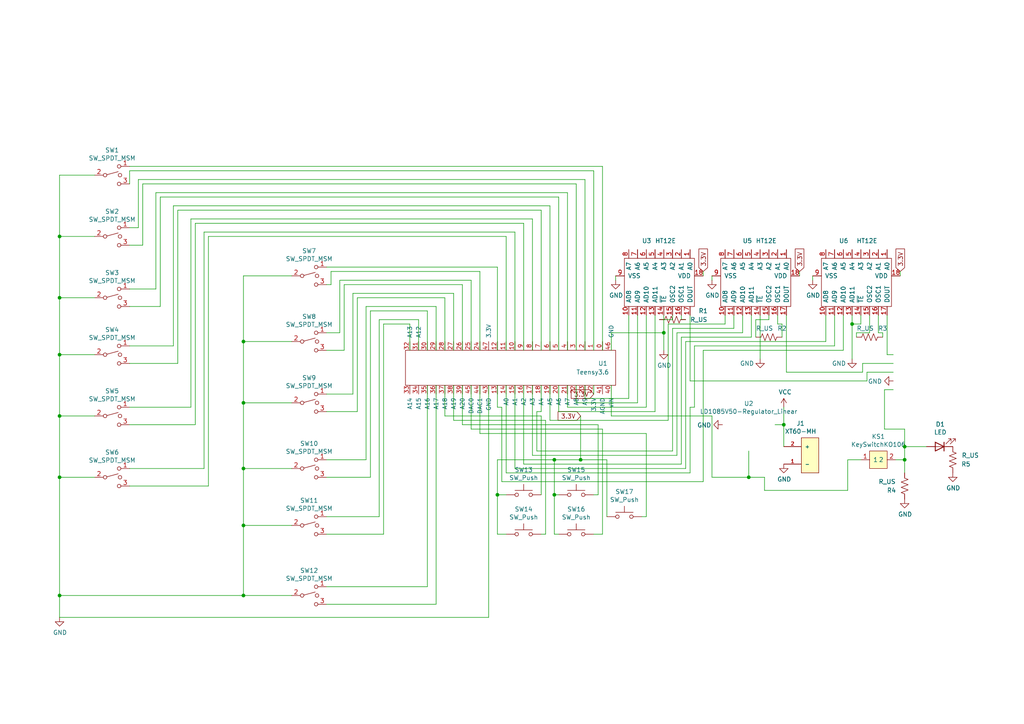
<source format=kicad_sch>
(kicad_sch (version 20211123) (generator eeschema)
  (paper "A4")
  (title_block (title "Launchbox") (date "2020-09-14") (rev "v01") (comment 4 "Author: Ankit Khandelwal + Avionics Team"))
  (lib_symbols
    (symbol "Device:LED" (pin_numbers hide) (pin_names (offset 1.016) hide)
      (property "Reference" "D" (at 0 2.54 0))
      (property "Value" "LED" (at 0 -2.54 0))
      (symbol "LED_0_1"
        (polyline (pts (xy -1.27 -1.27) (xy -1.27 1.27)) (stroke (width 0.254)))
        (polyline (pts (xy -1.27 0) (xy 1.27 0)))
        (polyline (pts (xy 1.27 -1.27) (xy 1.27 1.27) (xy -1.27 0) (xy 1.27 -1.27)) (stroke (width 0.254)))
        (polyline (pts (xy -3.048 -0.762) (xy -4.572 -2.286) (xy -3.81 -2.286) (xy -4.572 -2.286) (xy -4.572 -1.524)))
        (polyline (pts (xy -1.778 -0.762) (xy -3.302 -2.286) (xy -2.54 -2.286) (xy -3.302 -2.286) (xy -3.302 -1.524)))
      )
      (symbol "LED_1_1"
        (pin passive line (at -3.81 0 0) (length 2.54) (name "K") (number "1"))
        (pin passive line (at 3.81 0 180) (length 2.54) (name "A") (number "2"))
      )
    )
    (symbol "Device:R_US" (pin_numbers hide) (pin_names (offset 0))
      (property "Reference" "R" (at 2.54 0 90))
      (property "Value" "R_US" (at -2.54 0 90))
      (symbol "R_US_0_1"
        (polyline (pts (xy 0 -2.286) (xy 0 -2.54)))
        (polyline (pts (xy 0 2.286) (xy 0 2.54)))
        (polyline (pts (xy 0 -0.762) (xy 1.016 -1.143) (xy 0 -1.524) (xy -1.016 -1.905) (xy 0 -2.286)))
        (polyline (pts (xy 0 0.762) (xy 1.016 0.381) (xy 0 0) (xy -1.016 -0.381) (xy 0 -0.762)))
        (polyline (pts (xy 0 2.286) (xy 1.016 1.905) (xy 0 1.524) (xy -1.016 1.143) (xy 0 0.762)))
      )
      (symbol "R_US_1_1"
        (pin passive line (at 0 3.81 270) (length 1.27) (name "~") (number "1"))
        (pin passive line (at 0 -3.81 90) (length 1.27) (name "~") (number "2"))
      )
    )
    (symbol "Launchbox-rescue:GND-power" (power) (pin_names (offset 0))
      (property "Value" "GND-power" (at 0 -3.81 0))
      (symbol "GND-power_0_1"
        (polyline (pts (xy 0 0) (xy 0 -1.27) (xy 1.27 -1.27) (xy 0 -2.54) (xy -1.27 -1.27) (xy 0 -1.27)))
      )
      (symbol "GND-power_1_1"
        (pin power_in line (at 0 0 270) (length 0) hide (name "GND") (number "1"))
      )
    )
    (symbol "Launchbox-rescue:HT12E-Launchbox" (pin_names (offset 1.016))
      (property "Reference" "U" (at -1.27 11.43 0))
      (property "Value" "HT12E-Launchbox" (at 8.89 -11.43 0))
      (symbol "HT12E-Launchbox_0_1"
        (rectangle (start -2.54 10.16) (end 11.43 -10.16))
      )
      (symbol "HT12E-Launchbox_1_1"
        (pin input line (at -5.08 8.89 0) (length 2.54) (name "A0") (number "1"))
        (pin input line (at 13.97 -8.89 180) (length 2.54) (name "AD8") (number "10"))
        (pin input line (at 13.97 -6.35 180) (length 2.54) (name "AD9") (number "11"))
        (pin input line (at 13.97 -3.81 180) (length 2.54) (name "AD10") (number "12"))
        (pin input line (at 13.97 -1.27 180) (length 2.54) (name "AD11") (number "13"))
        (pin input line (at 13.97 1.27 180) (length 2.54) (name "~{TE}") (number "14"))
        (pin input line (at 13.97 3.81 180) (length 2.54) (name "OSC2") (number "15"))
        (pin input line (at 13.97 6.35 180) (length 2.54) (name "OSC1") (number "16"))
        (pin input line (at 13.97 8.89 180) (length 2.54) (name "DOUT") (number "17"))
        (pin input line (at 2.54 12.7 270) (length 2.54) (name "VDD") (number "18"))
        (pin input line (at -5.08 6.35 0) (length 2.54) (name "A1") (number "2"))
        (pin input line (at -5.08 3.81 0) (length 2.54) (name "A2") (number "3"))
        (pin input line (at -5.08 1.27 0) (length 2.54) (name "A3") (number "4"))
        (pin input line (at -5.08 -1.27 0) (length 2.54) (name "A4") (number "5"))
        (pin input line (at -5.08 -3.81 0) (length 2.54) (name "A5") (number "6"))
        (pin input line (at -5.08 -6.35 0) (length 2.54) (name "A6") (number "7"))
        (pin input line (at -5.08 -8.89 0) (length 2.54) (name "A7") (number "8"))
        (pin input line (at 2.54 -12.7 90) (length 2.54) (name "VSS") (number "9"))
      )
    )
    (symbol "Launchbox-rescue:SW_Push-Switch" (pin_numbers hide) (pin_names (offset 1.016) hide)
      (property "Reference" "SW" (at 1.27 2.54 0))
      (property "Value" "SW_Push-Switch" (at 0 -1.524 0))
      (symbol "SW_Push-Switch_0_1"
        (circle (center -2.032 0) (radius 0.508))
        (polyline (pts (xy 0 1.27) (xy 0 3.048)))
        (polyline (pts (xy 2.54 1.27) (xy -2.54 1.27)))
        (circle (center 2.032 0) (radius 0.508))
        (pin passive line (at -5.08 0 0) (length 2.54) (name "1") (number "1"))
        (pin passive line (at 5.08 0 180) (length 2.54) (name "2") (number "2"))
      )
    )
    (symbol "Launchbox-rescue:SW_SPDT_MSM-Switch" (pin_names (offset 0) hide)
      (property "Reference" "SW" (at 0 5.08 0))
      (property "Value" "SW_SPDT_MSM-Switch" (at 0 -5.08 0))
      (symbol "SW_SPDT_MSM-Switch_0_0"
        (circle (center -2.032 0) (radius 0.508))
        (polyline (pts (xy -1.524 0.127) (xy 1.778 1.016)))
        (circle (center 2.032 -2.54) (radius 0.508))
      )
      (symbol "SW_SPDT_MSM-Switch_0_1"
        (circle (center 2.032 2.54) (radius 0.508))
        (circle (center 2.286 0) (radius 0.508))
      )
      (symbol "SW_SPDT_MSM-Switch_1_1"
        (pin passive line (at 5.08 2.54 180) (length 2.54) (name "1") (number "1"))
        (pin passive line (at -5.08 0 0) (length 2.54) (name "2") (number "2"))
        (pin passive line (at 5.08 -2.54 180) (length 2.54) (name "3") (number "3"))
      )
    )
    (symbol "Launchbox-rescue:Teensy3.6-Launchbox" (pin_names (offset 1.016))
      (property "Reference" "U" (at 0 -21.59 0))
      (property "Value" "Teensy3.6-Launchbox" (at 0 21.59 0))
      (symbol "Teensy3.6-Launchbox_0_1"
        (rectangle (start -34.29 5.08) (end 26.67 -5.08))
      )
      (symbol "Teensy3.6-Launchbox_1_1"
        (pin input line (at -30.48 -5.08 270) (length 2.54) (name "~") (number "0"))
        (pin input line (at -27.94 -5.08 270) (length 2.54) (name "~") (number "1"))
        (pin input line (at -5.08 -5.08 270) (length 2.54) (name "~") (number "10"))
        (pin input line (at -2.54 -5.08 270) (length 2.54) (name "~") (number "11"))
        (pin input line (at 0 -5.08 270) (length 2.54) (name "~") (number "12"))
        (pin input line (at 0 5.08 90) (length 2.54) (name "~") (number "13"))
        (pin input line (at -2.54 5.08 90) (length 2.54) (name "A0") (number "14"))
        (pin input line (at -5.08 5.08 90) (length 2.54) (name "A1") (number "15"))
        (pin input line (at -7.62 5.08 90) (length 2.54) (name "A2") (number "16"))
        (pin input line (at -10.16 5.08 90) (length 2.54) (name "A3") (number "17"))
        (pin input line (at -12.7 5.08 90) (length 2.54) (name "A4") (number "18"))
        (pin input line (at -15.24 5.08 90) (length 2.54) (name "A5") (number "19"))
        (pin input line (at -25.4 -5.08 270) (length 2.54) (name "~") (number "2"))
        (pin input line (at -17.78 5.08 90) (length 2.54) (name "A6") (number "20"))
        (pin input line (at -20.32 5.08 90) (length 2.54) (name "A7") (number "21"))
        (pin input line (at -22.86 5.08 90) (length 2.54) (name "A8") (number "22"))
        (pin input line (at -25.4 5.08 90) (length 2.54) (name "A9") (number "23"))
        (pin input line (at 5.08 -5.08 270) (length 2.54) (name "~") (number "24"))
        (pin input line (at 7.62 -5.08 270) (length 2.54) (name "~") (number "25"))
        (pin input line (at 10.16 -5.08 270) (length 2.54) (name "~") (number "26"))
        (pin input line (at 12.7 -5.08 270) (length 2.54) (name "~") (number "27"))
        (pin input line (at 15.24 -5.08 270) (length 2.54) (name "~") (number "28"))
        (pin input line (at 17.78 -5.08 270) (length 2.54) (name "~") (number "29"))
        (pin input line (at -22.86 -5.08 270) (length 2.54) (name "~") (number "3"))
        (pin input line (at 20.32 -5.08 270) (length 2.54) (name "~") (number "30"))
        (pin input line (at 22.86 -5.08 270) (length 2.54) (name "A12") (number "31"))
        (pin input line (at 25.4 -5.08 270) (length 2.54) (name "A13") (number "32"))
        (pin input line (at 25.4 5.08 90) (length 2.54) (name "A14") (number "33"))
        (pin input line (at 22.86 5.08 90) (length 2.54) (name "A15") (number "34"))
        (pin input line (at 20.32 5.08 90) (length 2.54) (name "A16") (number "35"))
        (pin input line (at 17.78 5.08 90) (length 2.54) (name "A17") (number "36"))
        (pin input line (at 15.24 5.08 90) (length 2.54) (name "A18") (number "37"))
        (pin input line (at 12.7 5.08 90) (length 2.54) (name "A19") (number "38"))
        (pin input line (at 10.16 5.08 90) (length 2.54) (name "A20") (number "39"))
        (pin input line (at -20.32 -5.08 270) (length 2.54) (name "~") (number "4"))
        (pin input line (at -33.02 5.08 90) (length 2.54) (name "VIN") (number "40"))
        (pin input line (at -30.48 5.08 90) (length 2.54) (name "AGND") (number "41"))
        (pin input line (at -27.94 5.08 90) (length 2.54) (name "3.3V") (number "42"))
        (pin input line (at 2.54 5.08 90) (length 2.54) (name "GND") (number "43"))
        (pin input line (at 5.08 5.08 90) (length 2.54) (name "DAC1") (number "44"))
        (pin input line (at 7.62 5.08 90) (length 2.54) (name "DAC0") (number "45"))
        (pin input line (at -33.02 -5.08 270) (length 2.54) (name "GND") (number "46"))
        (pin input line (at 2.54 -5.08 270) (length 2.54) (name "3.3V") (number "47"))
        (pin input line (at -17.78 -5.08 270) (length 2.54) (name "~") (number "5"))
        (pin input line (at -15.24 -5.08 270) (length 2.54) (name "~") (number "6"))
        (pin input line (at -12.7 -5.08 270) (length 2.54) (name "~") (number "7"))
        (pin input line (at -10.16 -5.08 270) (length 2.54) (name "~") (number "8"))
        (pin input line (at -7.62 -5.08 270) (length 2.54) (name "~") (number "9"))
      )
    )
    (symbol "Launchbox:KeySwitchKO106" (pin_names (offset 1.016))
      (property "Reference" "KS" (at 0 5.08 0))
      (property "Value" "KeySwitchKO106" (at 0 -5.08 0))
      (symbol "KeySwitchKO106_0_1"
        (rectangle (start -2.54 2.54) (end 2.54 -2.54) (fill (type background)))
      )
      (symbol "KeySwitchKO106_1_1"
        (pin passive line (at -5.08 0 0) (length 2.54) (name "1") (number "1"))
        (pin passive line (at 5.08 0 180) (length 2.54) (name "2") (number "2"))
      )
    )
    (symbol "Launchbox:XT60-MH" (pin_names (offset 1.016))
      (property "Reference" "J" (at -1.27 6.35 0))
      (property "Value" "XT60-MH" (at 0 -6.35 0))
      (symbol "XT60-MH_0_1"
        (rectangle (start -2.54 5.08) (end 2.54 -5.08) (fill (type background)))
      )
      (symbol "XT60-MH_1_1"
        (pin passive line (at -7.62 2.54 0) (length 5.08) (name "-") (number "1"))
        (pin passive line (at -7.62 -2.54 0) (length 5.08) (name "+") (number "2"))
      )
    )
    (symbol "power:GND" (power) (pin_names (offset 0))
      (property "Value" "GND" (at 0 -3.81 0))
      (symbol "GND_0_1"
        (polyline (pts (xy 0 0) (xy 0 -1.27) (xy 1.27 -1.27) (xy 0 -2.54) (xy -1.27 -1.27) (xy 0 -1.27)))
      )
      (symbol "GND_1_1"
        (pin power_in line (at 0 0 270) (length 0) hide (name "GND") (number "1"))
      )
    )
    (symbol "power:VCC" (power) (pin_names (offset 0))
      (property "Value" "VCC" (at 0 3.81 0))
      (symbol "VCC_0_1"
        (polyline (pts (xy -0.762 1.27) (xy 0 2.54)))
        (polyline (pts (xy 0 0) (xy 0 2.54)))
        (polyline (pts (xy 0 2.54) (xy 0.762 1.27)))
      )
      (symbol "VCC_1_1"
        (pin power_in line (at 0 0 90) (length 0) hide (name "VCC") (number "1"))
      )
    )
  )
  (junction (at 17.272 68.58))
  (junction (at 70.612 135.89))
  (junction (at 227.33 123.19))
  (junction (at 17.272 138.43))
  (junction (at 217.17 138.43))
  (junction (at 70.612 172.72))
  (junction (at 17.272 120.65))
  (junction (at 144.272 143.51))
  (junction (at 192.532 96.52))
  (junction (at 247.142 93.98))
  (junction (at 262.382 129.54))
  (junction (at 17.272 172.72))
  (junction (at 262.382 133.35))
  (junction (at 160.782 133.35))
  (junction (at 17.272 86.36))
  (junction (at 70.612 99.06))
  (junction (at 70.612 116.84))
  (junction (at 160.782 143.51))
  (junction (at 70.612 152.4))
  (junction (at 168.402 133.35))
  (junction (at 17.272 102.87))
  (wire (pts (xy 196.342 96.52) (xy 196.342 132.08)))
  (wire (pts (xy 245.872 142.24) (xy 245.872 133.35)))
  (wire (pts (xy 219.202 97.79) (xy 219.202 92.71)))
  (wire (pts (xy 262.382 124.46) (xy 256.54 124.46)))
  (wire (pts (xy 160.782 154.94) (xy 162.052 154.94)))
  (wire (pts (xy 192.532 91.44) (xy 192.532 96.52)))
  (wire (pts (xy 195.072 130.81) (xy 195.072 95.25)))
  (wire (pts (xy 96.012 78.74) (xy 139.192 78.74)))
  (wire (pts (xy 141.732 179.07) (xy 17.272 179.07)))
  (wire (pts (xy 27.432 138.43) (xy 17.272 138.43)))
  (wire (pts (xy 217.17 138.43) (xy 206.502 138.43)))
  (wire (pts (xy 151.892 134.62) (xy 197.612 134.62)))
  (wire (pts (xy 182.372 115.57) (xy 182.372 91.44)))
  (wire (pts (xy 215.392 91.44) (xy 215.392 96.52)))
  (wire (pts (xy 195.072 92.71) (xy 195.072 91.44)))
  (wire (pts (xy 172.212 111.76) (xy 172.212 114.3)))
  (wire (pts (xy 45.212 83.82) (xy 45.212 55.88)))
  (wire (pts (xy 94.742 138.43) (xy 107.442 138.43)))
  (wire (pts (xy 228.092 107.95) (xy 250.19 107.95)))
  (wire (pts (xy 70.612 172.72) (xy 84.582 172.72)))
  (wire (pts (xy 17.272 172.72) (xy 70.612 172.72)))
  (wire (pts (xy 84.582 135.89) (xy 70.612 135.89)))
  (wire (pts (xy 178.562 81.28) (xy 178.562 80.01)))
  (wire (pts (xy 164.592 111.76) (xy 164.592 118.11)))
  (wire (pts (xy 200.152 110.49) (xy 251.46 110.49)))
  (wire (pts (xy 196.342 132.08) (xy 154.432 132.08)))
  (wire (pts (xy 139.192 125.73) (xy 139.192 111.76)))
  (wire (pts (xy 262.382 129.54) (xy 268.732 129.54)))
  (wire (pts (xy 84.582 152.4) (xy 70.612 152.4)))
  (wire (pts (xy 198.882 99.06) (xy 239.522 99.06)))
  (wire (pts (xy 144.272 133.35) (xy 144.272 143.51)))
  (wire (pts (xy 177.292 101.6) (xy 177.292 96.52)))
  (wire (pts (xy 177.292 120.65) (xy 206.502 120.65)))
  (wire (pts (xy 94.742 149.86) (xy 109.982 149.86)))
  (wire (pts (xy 169.672 111.76) (xy 169.672 115.57)))
  (wire (pts (xy 50.292 100.33) (xy 50.292 59.69)))
  (wire (pts (xy 17.272 102.87) (xy 17.272 86.36)))
  (wire (pts (xy 37.592 105.41) (xy 51.562 105.41)))
  (wire (pts (xy 203.962 139.7) (xy 145.542 139.7)))
  (wire (pts (xy 206.502 80.01) (xy 206.502 81.28)))
  (wire (pts (xy 94.742 96.52) (xy 98.552 96.52)))
  (wire (pts (xy 173.482 143.51) (xy 173.482 123.19)))
  (wire (pts (xy 172.212 143.51) (xy 173.482 143.51)))
  (wire (pts (xy 94.742 133.35) (xy 106.172 133.35)))
  (wire (pts (xy 224.79 123.19) (xy 227.33 123.19)))
  (wire (pts (xy 192.532 96.52) (xy 192.532 101.6)))
  (wire (pts (xy 70.612 99.06) (xy 70.612 116.84)))
  (wire (pts (xy 37.592 140.97) (xy 60.452 140.97)))
  (wire (pts (xy 99.822 101.6) (xy 99.822 82.55)))
  (wire (pts (xy 109.982 149.86) (xy 109.982 92.71)))
  (wire (pts (xy 184.912 116.84) (xy 184.912 91.44)))
  (wire (pts (xy 139.192 78.74) (xy 139.192 101.6)))
  (wire (pts (xy 144.272 143.51) (xy 144.272 154.94)))
  (wire (pts (xy 164.592 55.88) (xy 164.592 101.6)))
  (wire (pts (xy 126.492 175.26) (xy 126.492 111.76)))
  (wire (pts (xy 103.632 86.36) (xy 129.032 86.36)))
  (wire (pts (xy 262.382 133.35) (xy 262.382 129.54)))
  (wire (pts (xy 55.372 63.5) (xy 154.432 63.5)))
  (wire (pts (xy 149.352 135.89) (xy 198.882 135.89)))
  (wire (pts (xy 46.482 57.15) (xy 162.052 57.15)))
  (wire (pts (xy 167.132 111.76) (xy 167.132 116.84)))
  (wire (pts (xy 70.612 152.4) (xy 70.612 172.72)))
  (wire (pts (xy 17.272 86.36) (xy 17.272 68.58)))
  (wire (pts (xy 111.252 154.94) (xy 111.252 93.98)))
  (wire (pts (xy 156.972 120.65) (xy 129.032 120.65)))
  (wire (pts (xy 103.632 119.38) (xy 103.632 86.36)))
  (wire (pts (xy 145.542 118.11) (xy 144.272 118.11)))
  (wire (pts (xy 221.742 138.43) (xy 217.17 138.43)))
  (wire (pts (xy 225.552 91.44) (xy 225.552 93.98)))
  (wire (pts (xy 160.782 143.51) (xy 160.782 154.94)))
  (wire (pts (xy 144.272 77.47) (xy 144.272 101.6)))
  (wire (pts (xy 262.382 133.35) (xy 259.842 133.35)))
  (wire (pts (xy 126.492 88.9) (xy 126.492 101.6)))
  (wire (pts (xy 262.382 133.35) (xy 262.382 137.16)))
  (wire (pts (xy 106.172 88.9) (xy 126.492 88.9)))
  (wire (pts (xy 257.302 102.87) (xy 259.08 102.87)))
  (wire (pts (xy 40.132 66.04) (xy 40.132 52.07)))
  (wire (pts (xy 256.032 96.52) (xy 256.032 97.79)))
  (wire (pts (xy 37.592 135.89) (xy 59.182 135.89)))
  (wire (pts (xy 50.292 59.69) (xy 159.512 59.69)))
  (wire (pts (xy 201.422 118.11) (xy 200.152 118.11)))
  (wire (pts (xy 247.142 91.44) (xy 247.142 93.98)))
  (wire (pts (xy 227.33 123.19) (xy 227.33 118.11)))
  (wire (pts (xy 197.612 134.62) (xy 197.612 97.79)))
  (wire (pts (xy 225.552 93.98) (xy 226.822 93.98)))
  (wire (pts (xy 247.142 93.98) (xy 247.142 104.14)))
  (wire (pts (xy 203.962 101.6) (xy 203.962 139.7)))
  (wire (pts (xy 195.072 95.25) (xy 212.852 95.25)))
  (wire (pts (xy 172.212 49.53) (xy 172.212 101.6)))
  (wire (pts (xy 244.602 91.44) (xy 244.602 101.6)))
  (wire (pts (xy 187.452 149.86) (xy 187.452 125.73)))
  (wire (pts (xy 159.512 111.76) (xy 159.512 121.92)))
  (wire (pts (xy 94.742 119.38) (xy 103.632 119.38)))
  (wire (pts (xy 169.672 52.07) (xy 169.672 101.6)))
  (wire (pts (xy 197.612 92.71) (xy 198.882 92.71)))
  (wire (pts (xy 239.522 99.06) (xy 239.522 91.44)))
  (wire (pts (xy 94.742 114.3) (xy 102.362 114.3)))
  (wire (pts (xy 176.022 149.86) (xy 176.022 133.35)))
  (wire (pts (xy 168.402 133.35) (xy 176.022 133.35)))
  (wire (pts (xy 259.08 105.41) (xy 250.19 105.41)))
  (wire (pts (xy 154.432 63.5) (xy 154.432 101.6)))
  (wire (pts (xy 17.272 120.65) (xy 17.272 138.43)))
  (wire (pts (xy 156.972 111.76) (xy 156.972 119.38)))
  (wire (pts (xy 156.972 60.96) (xy 156.972 101.6)))
  (wire (pts (xy 37.592 88.9) (xy 46.482 88.9)))
  (wire (pts (xy 151.892 111.76) (xy 151.892 134.62)))
  (wire (pts (xy 254.762 91.44) (xy 254.762 96.52)))
  (wire (pts (xy 94.742 82.55) (xy 96.012 82.55)))
  (wire (pts (xy 37.592 66.04) (xy 40.132 66.04)))
  (wire (pts (xy 149.352 111.76) (xy 149.352 135.89)))
  (wire (pts (xy 191.262 92.71) (xy 195.072 92.71)))
  (wire (pts (xy 141.732 111.76) (xy 141.732 179.07)))
  (wire (pts (xy 134.112 123.19) (xy 134.112 111.76)))
  (wire (pts (xy 134.112 82.55) (xy 134.112 101.6)))
  (wire (pts (xy 98.552 81.28) (xy 136.652 81.28)))
  (wire (pts (xy 144.272 133.35) (xy 160.782 133.35)))
  (wire (pts (xy 262.382 129.54) (xy 262.382 124.46)))
  (wire (pts (xy 37.592 49.53) (xy 172.212 49.53)))
  (wire (pts (xy 107.442 138.43) (xy 107.442 90.17)))
  (wire (pts (xy 98.552 96.52) (xy 98.552 81.28)))
  (wire (pts (xy 121.412 92.71) (xy 121.412 101.6)))
  (wire (pts (xy 94.742 170.18) (xy 123.952 170.18)))
  (wire (pts (xy 17.272 138.43) (xy 17.272 172.72)))
  (wire (pts (xy 177.292 96.52) (xy 192.532 96.52)))
  (wire (pts (xy 99.822 82.55) (xy 134.112 82.55)))
  (wire (pts (xy 96.012 82.55) (xy 96.012 78.74)))
  (wire (pts (xy 168.402 120.65) (xy 168.402 133.35)))
  (wire (pts (xy 164.592 118.11) (xy 187.452 118.11)))
  (wire (pts (xy 158.242 121.92) (xy 131.572 121.92)))
  (wire (pts (xy 107.442 90.17) (xy 123.952 90.17)))
  (wire (pts (xy 149.352 67.31) (xy 149.352 101.6)))
  (wire (pts (xy 56.642 64.77) (xy 151.892 64.77)))
  (wire (pts (xy 94.742 77.47) (xy 144.272 77.47)))
  (wire (pts (xy 70.612 135.89) (xy 70.612 152.4)))
  (wire (pts (xy 226.822 93.98) (xy 226.822 97.79)))
  (wire (pts (xy 17.272 102.87) (xy 17.272 120.65)))
  (wire (pts (xy 59.182 135.89) (xy 59.182 67.31)))
  (wire (pts (xy 84.582 99.06) (xy 70.612 99.06)))
  (wire (pts (xy 17.272 50.8) (xy 27.432 50.8)))
  (wire (pts (xy 154.432 132.08) (xy 154.432 111.76)))
  (wire (pts (xy 160.782 143.51) (xy 160.782 133.35)))
  (wire (pts (xy 242.062 91.44) (xy 242.062 100.33)))
  (wire (pts (xy 203.962 80.01) (xy 203.962 78.74)))
  (wire (pts (xy 201.422 100.33) (xy 201.422 118.11)))
  (wire (pts (xy 156.972 143.51) (xy 156.972 120.65)))
  (wire (pts (xy 84.582 116.84) (xy 70.612 116.84)))
  (wire (pts (xy 235.712 80.01) (xy 235.712 81.28)))
  (wire (pts (xy 27.432 86.36) (xy 17.272 86.36)))
  (wire (pts (xy 212.852 95.25) (xy 212.852 91.44)))
  (wire (pts (xy 45.212 55.88) (xy 164.592 55.88)))
  (wire (pts (xy 146.812 137.16) (xy 146.812 111.76)))
  (wire (pts (xy 215.392 96.52) (xy 196.342 96.52)))
  (wire (pts (xy 27.432 120.65) (xy 17.272 120.65)))
  (wire (pts (xy 167.132 53.34) (xy 167.132 101.6)))
  (wire (pts (xy 162.052 119.38) (xy 189.992 119.38)))
  (wire (pts (xy 37.592 123.19) (xy 56.642 123.19)))
  (wire (pts (xy 70.612 80.01) (xy 70.612 99.06)))
  (wire (pts (xy 60.452 140.97) (xy 60.452 68.58)))
  (wire (pts (xy 248.412 97.79) (xy 248.412 96.52)))
  (wire (pts (xy 51.562 60.96) (xy 156.972 60.96)))
  (wire (pts (xy 174.752 154.94) (xy 174.752 124.46)))
  (wire (pts (xy 156.972 119.38) (xy 155.702 119.38)))
  (wire (pts (xy 94.742 101.6) (xy 99.822 101.6)))
  (wire (pts (xy 37.592 71.12) (xy 41.402 71.12)))
  (wire (pts (xy 109.982 92.71) (xy 121.412 92.71)))
  (wire (pts (xy 200.152 118.11) (xy 200.152 137.16)))
  (wire (pts (xy 60.452 68.58) (xy 146.812 68.58)))
  (wire (pts (xy 27.432 68.58) (xy 17.272 68.58)))
  (wire (pts (xy 242.062 100.33) (xy 201.422 100.33)))
  (wire (pts (xy 244.602 101.6) (xy 203.962 101.6)))
  (wire (pts (xy 162.052 143.51) (xy 160.782 143.51)))
  (wire (pts (xy 144.272 154.94) (xy 146.812 154.94)))
  (wire (pts (xy 249.682 91.44) (xy 249.682 93.98)))
  (wire (pts (xy 245.872 133.35) (xy 249.682 133.35)))
  (wire (pts (xy 27.432 102.87) (xy 17.272 102.87)))
  (wire (pts (xy 231.902 80.01) (xy 231.902 78.74)))
  (wire (pts (xy 41.402 71.12) (xy 41.402 53.34)))
  (wire (pts (xy 146.812 68.58) (xy 146.812 101.6)))
  (wire (pts (xy 200.152 137.16) (xy 146.812 137.16)))
  (wire (pts (xy 155.702 130.81) (xy 195.072 130.81)))
  (wire (pts (xy 217.932 97.79) (xy 217.932 91.44)))
  (wire (pts (xy 59.182 67.31) (xy 149.352 67.31)))
  (wire (pts (xy 254.762 96.52) (xy 256.032 96.52)))
  (wire (pts (xy 174.752 101.6) (xy 174.752 48.26)))
  (wire (pts (xy 134.112 123.19) (xy 173.482 123.19)))
  (wire (pts (xy 37.592 100.33) (xy 50.292 100.33)))
  (wire (pts (xy 123.952 90.17) (xy 123.952 101.6)))
  (wire (pts (xy 156.972 154.94) (xy 158.242 154.94)))
  (wire (pts (xy 250.19 105.41) (xy 250.19 107.95)))
  (wire (pts (xy 248.412 96.52) (xy 252.222 96.52)))
  (wire (pts (xy 40.132 52.07) (xy 169.672 52.07)))
  (wire (pts (xy 102.362 114.3) (xy 102.362 85.09)))
  (wire (pts (xy 131.572 121.92) (xy 131.572 111.76)))
  (wire (pts (xy 251.46 107.95) (xy 251.46 110.49)))
  (wire (pts (xy 37.592 53.34) (xy 37.592 49.53)))
  (wire (pts (xy 70.612 116.84) (xy 70.612 135.89)))
  (wire (pts (xy 51.562 105.41) (xy 51.562 60.96)))
  (wire (pts (xy 129.032 86.36) (xy 129.032 101.6)))
  (wire (pts (xy 249.682 93.98) (xy 247.142 93.98)))
  (wire (pts (xy 162.052 57.15) (xy 162.052 101.6)))
  (wire (pts (xy 217.17 130.81) (xy 217.17 138.43)))
  (wire (pts (xy 193.802 121.92) (xy 193.802 93.98)))
  (wire (pts (xy 169.672 115.57) (xy 182.372 115.57)))
  (wire (pts (xy 94.742 175.26) (xy 126.492 175.26)))
  (wire (pts (xy 102.362 85.09) (xy 131.572 85.09)))
  (wire (pts (xy 17.272 68.58) (xy 17.272 50.8)))
  (wire (pts (xy 252.222 96.52) (xy 252.222 91.44)))
  (wire (pts (xy 221.742 138.43) (xy 221.742 142.24)))
  (wire (pts (xy 187.452 118.11) (xy 187.452 91.44)))
  (wire (pts (xy 219.202 92.71) (xy 223.012 92.71)))
  (wire (pts (xy 129.032 120.65) (xy 129.032 111.76)))
  (wire (pts (xy 256.54 113.03) (xy 256.54 124.46)))
  (wire (pts (xy 118.872 93.98) (xy 118.872 101.6)))
  (wire (pts (xy 155.702 119.38) (xy 155.702 130.81)))
  (wire (pts (xy 146.812 143.51) (xy 144.272 143.51)))
  (wire (pts (xy 159.512 59.69) (xy 159.512 101.6)))
  (wire (pts (xy 131.572 85.09) (xy 131.572 101.6)))
  (wire (pts (xy 210.312 93.98) (xy 210.312 91.44)))
  (wire (pts (xy 151.892 64.77) (xy 151.892 101.6)))
  (wire (pts (xy 197.612 97.79) (xy 217.932 97.79)))
  (wire (pts (xy 160.782 133.35) (xy 168.402 133.35)))
  (wire (pts (xy 174.752 124.46) (xy 136.652 124.46)))
  (wire (pts (xy 46.482 88.9) (xy 46.482 57.15)))
  (wire (pts (xy 200.152 91.44) (xy 200.152 110.49)))
  (wire (pts (xy 111.252 93.98) (xy 118.872 93.98)))
  (wire (pts (xy 37.592 118.11) (xy 55.372 118.11)))
  (wire (pts (xy 257.302 91.44) (xy 257.302 102.87)))
  (wire (pts (xy 158.242 154.94) (xy 158.242 121.92)))
  (wire (pts (xy 41.402 53.34) (xy 167.132 53.34)))
  (wire (pts (xy 136.652 81.28) (xy 136.652 101.6)))
  (wire (pts (xy 187.452 125.73) (xy 139.192 125.73)))
  (wire (pts (xy 177.292 120.65) (xy 177.292 111.76)))
  (wire (pts (xy 228.092 91.44) (xy 228.092 107.95)))
  (wire (pts (xy 220.472 91.44) (xy 220.472 104.14)))
  (wire (pts (xy 162.052 111.76) (xy 162.052 119.38)))
  (wire (pts (xy 223.012 92.71) (xy 223.012 91.44)))
  (wire (pts (xy 167.132 116.84) (xy 184.912 116.84)))
  (wire (pts (xy 259.08 113.03) (xy 256.54 113.03)))
  (wire (pts (xy 17.272 172.72) (xy 17.272 179.07)))
  (wire (pts (xy 193.802 93.98) (xy 210.312 93.98)))
  (wire (pts (xy 227.33 123.19) (xy 227.33 129.54)))
  (wire (pts (xy 206.502 120.65) (xy 206.502 138.43)))
  (wire (pts (xy 56.642 123.19) (xy 56.642 64.77)))
  (wire (pts (xy 136.652 124.46) (xy 136.652 111.76)))
  (wire (pts (xy 84.582 80.01) (xy 70.612 80.01)))
  (wire (pts (xy 259.08 107.95) (xy 251.46 107.95)))
  (wire (pts (xy 172.212 154.94) (xy 174.752 154.94)))
  (wire (pts (xy 123.952 170.18) (xy 123.952 111.76)))
  (wire (pts (xy 144.272 118.11) (xy 144.272 111.76)))
  (wire (pts (xy 198.882 135.89) (xy 198.882 99.06)))
  (wire (pts (xy 186.182 149.86) (xy 187.452 149.86)))
  (wire (pts (xy 37.592 48.26) (xy 174.752 48.26)))
  (wire (pts (xy 94.742 154.94) (xy 111.252 154.94)))
  (wire (pts (xy 37.592 83.82) (xy 45.212 83.82)))
  (wire (pts (xy 261.112 80.01) (xy 261.112 78.74)))
  (wire (pts (xy 189.992 119.38) (xy 189.992 91.44)))
  (wire (pts (xy 145.542 139.7) (xy 145.542 118.11)))
  (wire (pts (xy 106.172 133.35) (xy 106.172 88.9)))
  (wire (pts (xy 159.512 121.92) (xy 193.802 121.92)))
  (wire (pts (xy 55.372 118.11) (xy 55.372 63.5)))
  (wire (pts (xy 221.742 142.24) (xy 245.872 142.24)))
  (wire (pts (xy 197.612 91.44) (xy 197.612 92.71)))
  (global_label "3.3V" (shape input) (at 172.212 114.3 180) (property "Intersheet References" "${INTERSHEET_REFS}" (effects hide)))
  (global_label "3.3V" (shape input) (at 168.402 120.65 180) (property "Intersheet References" "${INTERSHEET_REFS}" (effects hide)))
  (global_label "3.3V" (shape input) (at 261.112 78.74 90) (property "Intersheet References" "${INTERSHEET_REFS}" (effects hide)))
  (global_label "3.3V" (shape input) (at 203.962 78.74 90) (property "Intersheet References" "${INTERSHEET_REFS}" (effects hide)))
  (global_label "3.3V" (shape input) (at 231.902 78.74 90) (property "Intersheet References" "${INTERSHEET_REFS}" (effects hide)))
  (symbol (lib_id "Launchbox-rescue:SW_SPDT_MSM-Switch") (at 32.512 50.8 0) (unit 1)
    (property "Reference" "SW1" (at 32.512 43.561 0))
    (property "Value" "SW_SPDT_MSM" (at 32.512 45.8724 0))
    (property "Footprint" "Launchbox:SPDT_Slide_Switch" (effects hide))
  )
  (symbol (lib_id "Launchbox-rescue:SW_SPDT_MSM-Switch") (at 32.512 68.58 0) (unit 1)
    (property "Reference" "SW2" (at 32.512 61.341 0))
    (property "Value" "SW_SPDT_MSM" (at 32.512 63.6524 0))
    (property "Footprint" "Launchbox:SPDT_Slide_Switch" (effects hide))
  )
  (symbol (lib_id "Launchbox-rescue:SW_SPDT_MSM-Switch") (at 32.512 86.36 0) (unit 1)
    (property "Reference" "SW3" (at 32.512 79.121 0))
    (property "Value" "SW_SPDT_MSM" (at 32.512 81.4324 0))
    (property "Footprint" "Launchbox:SPDT_Slide_Switch" (effects hide))
  )
  (symbol (lib_id "Launchbox-rescue:SW_SPDT_MSM-Switch") (at 32.512 102.87 0) (unit 1)
    (property "Reference" "SW4" (at 32.512 95.631 0))
    (property "Value" "SW_SPDT_MSM" (at 32.512 97.9424 0))
    (property "Footprint" "Launchbox:SPDT_Slide_Switch" (effects hide))
  )
  (symbol (lib_id "Launchbox-rescue:SW_SPDT_MSM-Switch") (at 89.662 116.84 0) (unit 1)
    (property "Reference" "SW9" (at 89.662 109.601 0))
    (property "Value" "SW_SPDT_MSM" (at 89.662 111.9124 0))
    (property "Footprint" "Launchbox:SPDT_Slide_Switch" (effects hide))
  )
  (symbol (lib_id "Launchbox-rescue:SW_SPDT_MSM-Switch") (at 89.662 135.89 0) (unit 1)
    (property "Reference" "SW10" (at 89.662 128.651 0))
    (property "Value" "SW_SPDT_MSM" (at 89.662 130.9624 0))
    (property "Footprint" "Launchbox:SPDT_Slide_Switch" (effects hide))
  )
  (symbol (lib_id "Launchbox-rescue:SW_SPDT_MSM-Switch") (at 89.662 99.06 0) (unit 1)
    (property "Reference" "SW8" (at 89.662 91.821 0))
    (property "Value" "SW_SPDT_MSM" (at 89.662 94.1324 0))
    (property "Footprint" "Launchbox:SPDT_Slide_Switch" (effects hide))
  )
  (symbol (lib_id "Launchbox-rescue:SW_SPDT_MSM-Switch") (at 89.662 80.01 0) (unit 1)
    (property "Reference" "SW7" (at 89.662 72.771 0))
    (property "Value" "SW_SPDT_MSM" (at 89.662 75.0824 0))
    (property "Footprint" "Launchbox:SPDT_Slide_Switch" (effects hide))
  )
  (symbol (lib_id "Launchbox-rescue:Teensy3.6-Launchbox") (at 144.272 106.68 180) (unit 1)
    (property "Reference" "U1" (at 173.482 105.41 0) (effects (justify right)))
    (property "Value" "Teensy3.6" (at 167.132 107.95 0) (effects (justify right)))
    (property "Footprint" "Launchbox:Teensy 3.6" (effects hide))
  )
  (symbol (lib_id "Launchbox-rescue:SW_SPDT_MSM-Switch") (at 32.512 120.65 0) (unit 1)
    (property "Reference" "SW5" (at 32.512 113.411 0))
    (property "Value" "SW_SPDT_MSM" (at 32.512 115.7224 0))
    (property "Footprint" "Launchbox:SPDT_Slide_Switch" (effects hide))
  )
  (symbol (lib_id "Launchbox-rescue:SW_SPDT_MSM-Switch") (at 32.512 138.43 0) (unit 1)
    (property "Reference" "SW6" (at 32.512 131.191 0))
    (property "Value" "SW_SPDT_MSM" (at 32.512 133.5024 0))
    (property "Footprint" "Launchbox:SPDT_Slide_Switch" (effects hide))
  )
  (symbol (lib_id "Launchbox-rescue:SW_SPDT_MSM-Switch") (at 89.662 152.4 0) (unit 1)
    (property "Reference" "SW11" (at 89.662 145.161 0))
    (property "Value" "SW_SPDT_MSM" (at 89.662 147.4724 0))
    (property "Footprint" "Launchbox:SPDT_Slide_Switch" (effects hide))
  )
  (symbol (lib_id "Launchbox-rescue:SW_SPDT_MSM-Switch") (at 89.662 172.72 0) (unit 1)
    (property "Reference" "SW12" (at 89.662 165.481 0))
    (property "Value" "SW_SPDT_MSM" (at 89.662 167.7924 0))
    (property "Footprint" "Launchbox:SPDT_Slide_Switch" (effects hide))
  )
  (symbol (lib_id "Launchbox-rescue:GND-power") (at 192.532 101.6 0) (unit 1)
    (property "Reference" "#PWR02" (effects hide))
    (property "Value" "GND" (at 192.659 105.9942 0))
  )
  (symbol (lib_id "Launchbox-rescue:GND-power") (at 17.272 179.07 0) (unit 1)
    (property "Reference" "#PWR01" (effects hide))
    (property "Value" "GND" (at 17.399 183.4642 0))
  )
  (symbol (lib_id "Launchbox-rescue:SW_Push-Switch") (at 151.892 143.51 0) (unit 1)
    (property "Reference" "SW13" (at 151.892 136.271 0))
    (property "Value" "SW_Push" (at 151.892 138.5824 0))
    (property "Footprint" "Launchbox:Pushbutton" (effects hide))
  )
  (symbol (lib_id "Launchbox-rescue:SW_Push-Switch") (at 167.132 143.51 0) (unit 1)
    (property "Reference" "SW15" (at 167.132 136.271 0))
    (property "Value" "SW_Push" (at 167.132 138.5824 0))
    (property "Footprint" "Launchbox:Pushbutton" (effects hide))
  )
  (symbol (lib_id "Launchbox-rescue:SW_Push-Switch") (at 151.892 154.94 0) (unit 1)
    (property "Reference" "SW14" (at 151.892 147.701 0))
    (property "Value" "SW_Push" (at 151.892 150.0124 0))
    (property "Footprint" "Launchbox:Pushbutton" (effects hide))
  )
  (symbol (lib_id "Launchbox-rescue:SW_Push-Switch") (at 167.132 154.94 0) (unit 1)
    (property "Reference" "SW16" (at 167.132 147.701 0))
    (property "Value" "SW_Push" (at 167.132 150.0124 0))
    (property "Footprint" "Launchbox:Pushbutton" (effects hide))
  )
  (symbol (lib_id "Launchbox-rescue:SW_Push-Switch") (at 181.102 149.86 0) (unit 1)
    (property "Reference" "SW17" (at 181.102 142.621 0))
    (property "Value" "SW_Push" (at 181.102 144.9324 0))
    (property "Footprint" "Launchbox:Pushbutton" (effects hide))
  )
  (symbol (lib_id "Launchbox-rescue:GND-power") (at 178.562 81.28 0) (unit 1)
    (property "Reference" "#PWR06" (effects hide))
    (property "Value" "GND" (at 178.689 85.6742 0))
  )
  (symbol (lib_id "Device:LED") (at 272.542 129.54 180) (unit 1)
    (property "Reference" "D1" (at 272.7198 123.063 0))
    (property "Value" "LED" (at 272.7198 125.3744 0))
    (property "Footprint" "LED_THT:LED_D5.0mm" (effects hide))
  )
  (symbol (lib_id "Device:R_US") (at 276.352 133.35 180) (unit 1)
    (property "Reference" "R5" (at 280.162 134.62 0))
    (property "Value" "R_US" (at 281.432 132.08 0))
    (property "Footprint" "Resistor_THT:R_Axial_DIN0207_L6.3mm_D2.5mm_P7.62mm_Horizontal" (effects hide))
  )
  (symbol (lib_id "Launchbox-rescue:GND-power") (at 276.352 137.16 0) (unit 1)
    (property "Reference" "#PWR05" (effects hide))
    (property "Value" "GND" (at 276.479 141.5542 0))
  )
  (symbol (lib_id "Device:R_US") (at 223.012 97.79 270) (unit 1)
    (property "Reference" "R2" (at 226.822 95.25 90))
    (property "Value" "R_US" (at 221.742 95.25 90))
    (property "Footprint" "Resistor_THT:R_Axial_DIN0207_L6.3mm_D2.5mm_P7.62mm_Horizontal" (effects hide))
  )
  (symbol (lib_id "Device:R_US") (at 195.072 92.71 270) (unit 1)
    (property "Reference" "R1" (at 203.962 90.17 90))
    (property "Value" "R_US" (at 202.692 92.71 90))
    (property "Footprint" "Resistor_THT:R_Axial_DIN0207_L6.3mm_D2.5mm_P7.62mm_Horizontal" (effects hide))
  )
  (symbol (lib_id "Device:R_US") (at 252.222 97.79 270) (unit 1)
    (property "Reference" "R3" (at 256.032 95.25 90))
    (property "Value" "R_US" (at 250.952 95.25 90))
    (property "Footprint" "Resistor_THT:R_Axial_DIN0207_L6.3mm_D2.5mm_P7.62mm_Horizontal" (effects hide))
  )
  (symbol (lib_id "Launchbox-rescue:GND-power") (at 247.142 104.14 0) (unit 1)
    (property "Reference" "#PWR013" (effects hide))
    (property "Value" "GND" (at 243.332 105.41 0))
  )
  (symbol (lib_id "Launchbox-rescue:HT12E-Launchbox") (at 191.262 77.47 270) (unit 1)
    (property "Reference" "U3" (at 186.182 69.85 90) (effects (justify left)))
    (property "Value" "HT12E" (at 189.992 69.85 90) (effects (justify left)))
    (property "Footprint" "Launchbox:HT12E" (effects hide))
  )
  (symbol (lib_id "Launchbox-rescue:GND-power") (at 220.472 104.14 0) (unit 1)
    (property "Reference" "#PWR09" (effects hide))
    (property "Value" "GND" (at 216.662 105.41 0))
  )
  (symbol (lib_id "Device:R_US") (at 262.382 140.97 180) (unit 1)
    (property "Reference" "R4" (at 258.572 142.24 0))
    (property "Value" "R_US" (at 257.302 139.7 0))
    (property "Footprint" "Resistor_THT:R_Axial_DIN0207_L6.3mm_D2.5mm_P7.62mm_Horizontal" (effects hide))
  )
  (symbol (lib_id "Launchbox-rescue:GND-power") (at 262.382 144.78 0) (unit 1)
    (property "Reference" "#PWR016" (effects hide))
    (property "Value" "GND" (at 262.509 149.1742 0))
  )
  (symbol (lib_id "Launchbox-rescue:HT12E-Launchbox") (at 219.202 77.47 270) (unit 1)
    (property "Reference" "U5" (at 215.392 69.85 90) (effects (justify left)))
    (property "Value" "HT12E" (at 219.202 69.85 90) (effects (justify left)))
    (property "Footprint" "Launchbox:HT12E" (effects hide))
  )
  (symbol (lib_id "Launchbox-rescue:HT12E-Launchbox") (at 248.412 77.47 270) (unit 1)
    (property "Reference" "U6" (at 243.332 69.85 90) (effects (justify left)))
    (property "Value" "HT12E" (at 248.412 69.85 90) (effects (justify left)))
    (property "Footprint" "Launchbox:HT12E" (effects hide))
  )
  (symbol (lib_id "Launchbox-rescue:GND-power") (at 206.502 81.28 0) (unit 1)
    (property "Reference" "#PWR08" (effects hide))
    (property "Value" "GND" (at 206.629 85.6742 0))
  )
  (symbol (lib_id "Launchbox-rescue:GND-power") (at 235.712 81.28 0) (unit 1)
    (property "Reference" "#PWR012" (effects hide))
    (property "Value" "GND" (at 235.839 85.6742 0))
  )
  (symbol (lib_id "Launchbox-rescue:RJ45EthernetBreakout-CaelusPCB") (at 270.51 100.33 270) (unit 1)
    (property "Reference" "Ayo1" (effects hide))
    (property "Value" "RJ45EthernetBreakout" (at 271.2212 111.76 90) (effects (justify left)))
    (property "Footprint" "Launchbox:RJ45EthernetBreakout" (effects hide))
  )
  (symbol (lib_id "power:VCC") (at 227.33 118.11 0) (unit 1)
    (property "Reference" "#PWR0103" (effects hide))
    (property "Value" "VCC" (at 227.711 113.7158 0))
  )
  (symbol (lib_id "power:GND") (at 259.08 110.49 270) (unit 1)
    (property "Reference" "#PWR0101" (effects hide))
    (property "Value" "GND" (at 255.8288 110.617 90) (effects (justify right)))
  )
  (symbol (lib_id "Launchbox:KeySwitchKO106") (at 254.762 133.35 0) (unit 1)
    (property "Reference" "KS1" (at 254.762 126.619 0))
    (property "Value" "KeySwitchKO106" (at 254.762 128.9304 0))
    (property "Footprint" "Launchbox:KeySwitchKO106" (effects hide))
  )
  (symbol (lib_id "Launchbox:XT60-MH") (at 234.95 132.08 0) (mirror x) (unit 1)
    (property "Reference" "J1" (at 232.2068 122.809 0))
    (property "Value" "XT60-MH" (at 232.2068 125.1204 0))
    (property "Footprint" "Launchbox:AMASS_XT60-M" (effects hide))
  )
  (symbol (lib_id "Launchbox-rescue:LD1085V50-Regulator_Linear-CaelusPCB") (at 217.17 123.19 0) (unit 1)
    (property "Reference" "U2" (at 217.17 117.0432 0))
    (property "Value" "LD1085V50-Regulator_Linear" (at 217.17 119.3546 0))
    (property "Footprint" "Package_TO_SOT_THT:TO-220F-3_Horizontal_TabDown" (effects hide))
  )
  (symbol (lib_id "power:GND") (at 209.55 123.19 270) (unit 1)
    (property "Reference" "#PWR0102" (effects hide))
    (property "Value" "GND" (at 206.2988 123.317 90) (effects (justify right)))
  )
  (symbol (lib_id "power:GND") (at 227.33 134.62 0) (unit 1)
    (property "Reference" "#PWR0104" (effects hide))
    (property "Value" "GND" (at 227.457 139.0142 0))
  )
)
</source>
